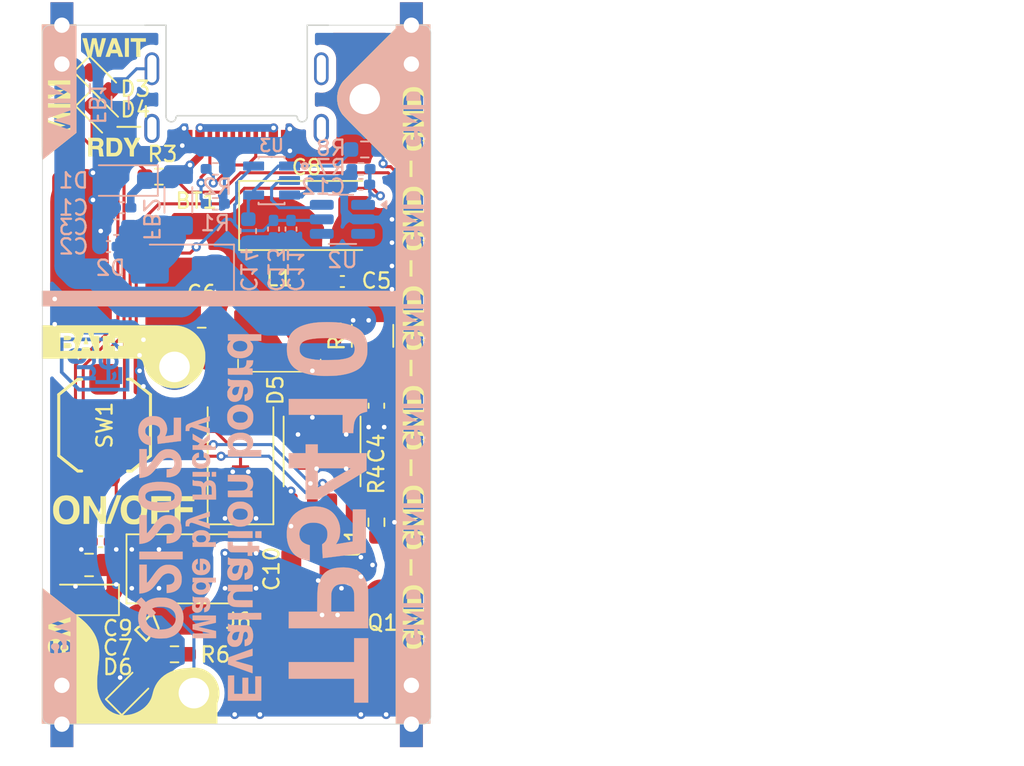
<source format=kicad_pcb>
(kicad_pcb (version 20240108) (generator "pcbnew") (generator_version "8.0")
  (layers (0 "F.Cu" signal) (31 "B.Cu" signal) (34 "B.Paste" user) (35 "F.Paste" user) (36 "B.SilkS" user "B.Silkscreen") (37 "F.SilkS" user "F.Silkscreen") (38 "B.Mask" user) (39 "F.Mask" user) (44 "Edge.Cuts" user))
  (net 0 "")
  (net 1 "GND")
  (net 2 "VBAT")
  (net 3 "Net-(D1-A1)")
  (net 4 "Net-(D2-A)")
  (net 5 "Net-(U1-VCC)")
  (net 6 "+5V")
  (net 7 "Net-(C12-Pad1)")
  (net 8 "Net-(U3-D)")
  (net 9 "VUSB")
  (net 10 "Net-(D3-K)")
  (net 11 "Net-(D3-A)")
  (net 12 "Net-(D4-K)")
  (net 13 "Net-(D5-A)")
  (net 14 "Net-(D7-A)")
  (net 15 "Net-(J1-SHIELD)")
  (net 21 "Net-(J1-CC1)")
  (net 22 "Net-(J1-CC2)")
  (net 24 "Vout")
  (net 25 "PWR_EN")
  (net 26 "Net-(U1-PROG)")
  (net 29 "Net-(U3-C)")
  (footprint "LED_SMD:LED_0603_1608Metric_Pad1.05x0.95mm_HandSolder" (layer "F.Cu") (at -8.9662 3.7084 -45)
    (property "Reference" "D3")
    (property "Value" "STDBY")
  )
  (footprint "Diode_SMD:D_SOD-123F" (layer "F.Cu") (at -9.906 37.592 180)
    (property "Reference" "D6")
    (property "Value" "SMF6V0A")
  )
  (footprint "Capacitor_SMD:C_0603_1608Metric_Pad1.08x0.95mm_HandSolder" (layer "F.Cu") (at 9.144 24.892 -90)
    (property "Reference" "C4")
    (property "Value" "10uF")
  )
  (footprint "Resistor_SMD:R_0603_1608Metric_Pad0.98x0.95mm_HandSolder" (layer "F.Cu") (at 9.144 32.512 -90)
    (property "Reference" "R4")
    (property "Value" "1.3k")
  )
  (footprint "Package_TO_SOT_SMD:SOT-23" (layer "F.Cu") (at 9.398 36.322 -90)
    (property "Reference" "Q1")
    (property "Value" "AO3415")
  )
  (footprint "_conn:Conn_XH_JSTlike_2pin_X8821WRS-02-9TSN" (layer "F.Cu") (at 4.826 45.212)
    (property "Reference" "J6")
    (property "Value" "PWR_Out")
  )
  (footprint "Resistor_SMD:R_0603_1608Metric_Pad0.98x0.95mm_HandSolder" (layer "F.Cu") (at -4.064 41.148)
    (property "Reference" "R6")
    (property "Value" "1.3k")
  )
  (footprint "LED_SMD:LED_0603_1608Metric_Pad1.05x0.95mm_HandSolder" (layer "F.Cu") (at -6.858 43.434 45)
    (property "Reference" "D7")
    (property "Value" "OUT")
  )
  (footprint "_basic:Test_Ring_TH" (layer "F.Cu") (at 8.382 4.826)
    (property "Reference" "TP1" (hide yes))
    (property "Value" "GND" (hide yes))
  )
  (footprint "_chips:TP5410" (layer "F.Cu") (at 5.588 27.88 90)
    (property "Reference" "U1")
    (property "Value" "TP5410")
  )
  (footprint "_basic:Castellated_hole_2.54" (layer "F.Cu") (at 11.43 0 -90)
    (property "Reference" "J5" (hide yes))
    (property "Value" "GND")
  )
  (footprint "Capacitor_SMD:C_0805_2012Metric_Pad1.18x1.45mm_HandSolder" (layer "F.Cu") (at -9.652 35.306 180)
    (property "Reference" "C9")
    (property "Value" "22uF")
  )
  (footprint "Capacitor_Tantalum_SMD:CP_EIA-7343-31_Kemet-D" (layer "F.Cu") (at 4.572 12.446)
    (property "Reference" "C8")
    (property "Value" "47uF Tantal")
  )
  (footprint "Diode_SMD:D_SMA-SMB_Universal_Handsoldering" (layer "F.Cu") (at 0.254 27.686 90)
    (property "Reference" "D5")
    (property "Value" "SS32")
  )
  (footprint "Capacitor_Tantalum_SMD:CP_EIA-7343-31_Kemet-D" (layer "F.Cu") (at -2.794 35.56)
    (property "Reference" "C10")
    (property "Value" "47uF Tantal")
  )
  (footprint "_conn:Conn_XH_JSTlike_2pin_X8821WRS-02-9TSN" (layer "F.Cu") (at -12.065 14.605 -90)
    (property "Reference" "BT1")
    (property "Value" "Battery")
  )
  (footprint "_basic:Castellated_hole_2.54" (layer "F.Cu") (at -11.43 45.72 90)
    (property "Reference" "J3" (hide yes))
    (property "Value" "Vout")
  )
  (footprint "Capacitor_SMD:C_0402_1005Metric_Pad0.74x0.62mm_HandSolder" (layer "F.Cu") (at 6.9175 16.764)
    (property "Reference" "C5")
    (property "Value" "100n")
  )
  (footprint "Capacitor_SMD:C_0402_1005Metric_Pad0.74x0.62mm_HandSolder" (layer "F.Cu") (at -8.89 33.782 180)
    (property "Reference" "C7")
    (property "Value" "100n")
  )
  (footprint "_basic:Test_Ring_TH" (layer "F.Cu") (at -2.794 43.688)
    (property "Reference" "TP2" (hide yes))
    (property "Value" "5v" (hide yes))
  )
  (footprint "_basic:Castellated_hole_2.54" (layer "F.Cu") (at 11.43 45.72 90)
    (property "Reference" "J4" (hide yes))
    (property "Value" "GND")
  )
  (footprint "_usb:RUICHI_TYPE-C-16PF-020" (layer "F.Cu") (at 0 0 180)
    (property "Reference" "J1" (hide yes))
    (property "Value" "USB_C_Receptacle_USB2.0")
    (fp_line (start 4.62 0) (end 6 0) (stroke (width 0.1)) (layer "Edge.Cuts"))
    (fp_line (start 4.62 -5.92) (end 4.62 0) (stroke (width 0.1)) (layer "Edge.Cuts"))
    (fp_line (start -3.82 -5.92) (end 3.82 -5.92) (stroke (width 0.1)) (layer "Edge.Cuts"))
    (fp_line (start -4.62 0) (end -4.62 -5.92) (stroke (width 0.1)) (layer "Edge.Cuts"))
    (fp_line (start -6 0) (end -4.62 0) (stroke (width 0.1)) (layer "Edge.Cuts"))
    (fp_arc (start 4.295 -6.32) (mid 4.540343 -6.18731) (end 4.62 -5.92) (stroke (width 0.1)) (layer "Edge.Cuts"))
    (fp_arc (start 3.97 -6.04) (mid 4.07451 -6.24731) (end 4.295 -6.32) (stroke (width 0.1)) (layer "Edge.Cuts"))
    (fp_arc (start 3.97 -6.04) (mid 3.919853 -5.948934) (end 3.82 -5.92) (stroke (width 0.1)) (layer "Edge.Cuts"))
    (fp_arc (start -3.82 -5.92) (mid -3.919852 -5.948934) (end -3.97 -6.04) (stroke (width 0.1)) (layer "Edge.Cuts"))
    (fp_arc (start -4.295 -6.32) (mid -4.07451 -6.24731) (end -3.97 -6.04) (stroke (width 0.1)) (layer "Edge.Cuts"))
    (fp_arc (start -4.62 -5.92) (mid -4.540343 -6.18731) (end -4.295 -6.32) (stroke (width 0.1)) (layer "Edge.Cuts"))
  )
  (footprint "Resistor_SMD:R_1210_3225Metric_Pad1.30x2.65mm_HandSolder" (layer "F.Cu") (at 8.89 20.32 -90)
    (property "Reference" "R5")
    (property "Value" "0.3")
  )
  (footprint "_graphic:graphic" (layer "F.Cu") (at -2.286 22.733)
    (property "Reference" "Ref**" (hide yes))
    (property "Value" "Val**" (hide yes))
  )
  (footprint "_buttons:SW_SMD_PAN_EVPAS" (layer "F.Cu") (at -8.636 26.162 90)
    (property "Reference" "SW1")
    (property "Value" "PWRON")
  )
  (footprint "_basic:INDUCTOR_SPM5020T" (layer "F.Cu") (at 2.794 20.066 180)
    (property "Reference" "L1")
    (property "Value" "SPM5020T-100M-LR 10uH")
  )
  (footprint "_basic:Castellated_hole_2.54" (layer "F.Cu") (at -11.43 0 -90)
    (property "Reference" "J2" (hide yes))
    (property "Value" "Vin")
  )
  (footprint "_basic:Test_Ring_TH" (layer "F.Cu") (at -4.064 22.352)
    (property "Reference" "TP3" (hide yes))
    (property "Value" "Battery" (hide yes))
  )
  (footprint "Resistor_SMD:R_0603_1608Metric_Pad0.98x0.95mm_HandSolder" (layer "F.Cu") (at -5.08 9.906 180)
    (property "Reference" "R3")
    (property "Value" "1.3k")
  )
  (footprint "Capacitor_SMD:C_0805_2012Metric_Pad1.18x1.45mm_HandSolder" (layer "F.Cu") (at -2.286 19.05 180)
    (property "Reference" "C6")
    (property "Value" "22uF")
  )
  (footprint "LED_SMD:LED_0603_1608Metric_Pad1.05x0.95mm_HandSolder" (layer "F.Cu") (at -8.8392 5.9436 -45)
    (property "Reference" "D4")
    (property "Value" "CHRG")
  )
  (footprint "Inductor_SMD:L_0805_2012Metric_Pad1.05x1.20mm_HandSolder" (layer "B.Cu") (at -7.62 5.08 -90)
    (property "Reference" "FB1")
    (property "Value" "MH2029-300Y")
  )
  (footprint "Capacitor_SMD:C_0402_1005Metric_Pad0.74x0.62mm_HandSolder" (layer "B.Cu") (at 2.413 13.335 -90)
    (property "Reference" "C13")
    (property "Value" "100n")
  )
  (footprint "Diode_SMD:D_SOD-123F" (layer "B.Cu") (at -7.366 10.16 180)
    (property "Reference" "D1")
    (property "Value" "SMF6V0A")
  )
  (footprint "Inductor_SMD:L_1206_3216Metric_Pad1.22x1.90mm_HandSolder" (layer "B.Cu") (at -3.81 11.43 -90)
    (property "Reference" "FB2")
    (property "Value" "CBM321609U301T")
  )
  (footprint "Capacitor_SMD:C_0402_1005Metric_Pad0.74x0.62mm_HandSolder" (layer "B.Cu") (at -7.493 11.938 180)
    (property "Reference" "C1")
    (property "Value" "100n")
  )
  (footprint "Resistor_SMD:R_0402_1005Metric_Pad0.72x0.64mm_HandSolder" (layer "B.Cu") (at -1.397 11.684)
    (property "Reference" "R1")
    (property "Value" "5.1k")
  )
  (footprint "Resistor_SMD:R_0402_1005Metric_Pad0.72x0.64mm_HandSolder" (layer "B.Cu") (at 8.128 9.398 180)
    (property "Reference" "R7")
    (property "Value" "10k")
  )
  (footprint "Diode_SMD:D_SMA" (layer "B.Cu") (at -3.683 16.002 180)
    (property "Reference" "D2")
    (property "Value" "SS32")
  )
  (footprint "Capacitor_SMD:C_0402_1005Metric_Pad0.74x0.62mm_HandSolder" (layer "B.Cu") (at 8.128 10.414 180)
    (property "Reference" "C12")
    (property "Value" "100n")
  )
  (footprint "Capacitor_SMD:C_0603_1608Metric_Pad1.08x0.95mm_HandSolder" (layer "B.Cu") (at -7.874 13.208 180)
    (property "Reference" "C3")
    (property "Value" "1uF")
  )
  (footprint "Package_TO_SOT_SMD:SOT-23-6_Handsoldering" (layer "B.Cu") (at 6.9195 12.698 180)
    (property "Reference" "U2")
    (property "Value" "74LVC2G17")
  )
  (footprint "Resistor_SMD:R_0603_1608Metric_Pad0.98x0.95mm_HandSolder" (layer "B.Cu") (at 8.382 8.128)
    (property "Reference" "R8")
    (property "Value" "1.3k")
  )
  (footprint "Capacitor_SMD:C_0603_1608Metric" (layer "B.Cu") (at 0.762 13.462 -90)
    (property "Reference" "C14")
    (property "Value" "10uF")
  )
  (footprint "Capacitor_SMD:C_0402_1005Metric_Pad0.74x0.62mm_HandSolder" (layer "B.Cu") (at -8.382 14.478 180)
    (property "Reference" "C2")
    (property "Value" "100n")
  )
  (footprint "_basic:74LVC1G80" (layer "B.Cu") (at 2.286 10.16 180)
    (property "Reference" "U3")
    (property "Value" "74LVC1G80")
  )
  (footprint "Capacitor_SMD:C_0402_1005Metric_Pad0.74x0.62mm_HandSolder" (layer "B.Cu") (at 3.556 13.335 -90)
    (property "Reference" "C11")
    (property "Value" "100n")
  )
  (footprint "Resistor_SMD:R_0402_1005Metric_Pad0.72x0.64mm_HandSolder" (layer "B.Cu") (at -1.397 9.398)
    (property "Reference" "R2")
    (property "Value" "5.1k")
  )
  (gr_line (start -7.804591 6.649962) (end -6.3 6.649962) (stroke (width 0.13)) (layer "F.SilkS"))
  (gr_line (start -10.583521 3.409926) (end -10.583521 0) (stroke (width 0.13)) (layer "F.SilkS"))
  (gr_arc (start 12.192 0) (mid 12.55121 0.14879) (end 12.7 0.508) (stroke (width 0.05)) (layer "Edge.Cuts"))
  (gr_line (start 6 0) (end 12.192 0) (stroke (width 0.05)) (layer "Edge.Cuts"))
  (gr_arc (start 12.7 45.212) (mid 12.55121 45.57121) (end 12.192 45.72) (stroke (width 0.05)) (layer "Edge.Cuts"))
  (gr_arc (start -12.7 0.508) (mid -12.55121 0.14879) (end -12.192 0) (stroke (width 0.05)) (layer "Edge.Cuts"))
  (gr_line (start 12.7 0.508) (end 12.7 45.212) (stroke (width 0.05)) (layer "Edge.Cuts"))
  (gr_line (start 12.192 45.72) (end -12.192 45.72) (stroke (width 0.05)) (layer "Edge.Cuts"))
  (gr_line (start -6 0) (end -12.192 0) (stroke (width 0.05)) (layer "Edge.Cuts"))
  (gr_arc (start -12.192 45.72) (mid -12.55121 45.57121) (end -12.7 45.212) (stroke (width 0.05)) (layer "Edge.Cuts"))
  (gr_line (start -12.7 0.508) (end -12.7 45.212) (stroke (width 0.05)) (layer "Edge.Cuts"))
  (segment (start -7.476718 44.052718) (end -7.476718 42.815282) (width 0.2) (layer "F.Cu") (net 1))
  (segment (start -11.306 37.468) (end -11.306 37.592) (width 0.5) (layer "F.Cu") (net 1))
  (segment (start 10.322 32.512) (end 10.0565 32.512) (width 0.2) (layer "F.Cu") (net 1))
  (segment (start -9.9655 34.29) (end -9.4575 33.782) (width 0.5) (layer "F.Cu") (net 1))
  (segment (start -10.16 34.7765) (end -10.6895 35.306) (width 0.5) (layer "F.Cu") (net 1))
  (segment (start 4.953 22.606) (end 4.953 25.654) (width 0.5) (layer "F.Cu") (net 1))
  (segment (start -10.541 35.4545) (end -10.6895 35.306) (width 0.5) (layer "F.Cu") (net 1))
  (segment (start 10.0565 32.512) (end 9.144 33.4245) (width 0.2) (layer "F.Cu") (net 1))
  (segment (start -10.541 36.703) (end -10.541 35.4545) (width 0.5) (layer "F.Cu") (net 1))
  (segment (start -10.16 34.29) (end -9.9655 34.29) (width 0.5) (layer "F.Cu") (net 1))
  (segment (start -10.541 36.703) (end -11.306 37.468) (width 0.5) (layer "F.Cu") (net 1))
  (segment (start -7.476718 42.815282) (end -7.62 42.672) (width 0.2) (layer "F.Cu") (net 1))
  (segment (start -10.16 34.29) (end -10.16 34.7765) (width 0.5) (layer "F.Cu") (net 1))
  (via (at -10.541 36.703) (size 0.6) (drill 0.3) (layers "F.Cu" "B.Cu") (net 1))
  (via (at 5.334 36.322) (size 0.6) (drill 0.3) (layers "F.Cu" "B.Cu") (net 1))
  (via (at -10.16 34.29) (size 0.6) (drill 0.3) (layers "F.Cu" "B.Cu") (net 1))
  (via (at 10.16 14.224) (size 0.6) (drill 0.3) (layers "F.Cu" "B.Cu") (net 1))
  (via (at -6.35 22.606) (size 0.6) (drill 0.3) (layers "F.Cu" "B.Cu") (net 1))
  (via (at -3.556 7.874) (size 0.6) (drill 0.3) (layers "F.Cu" "B.Cu") (net 1))
  (via (at -11.9 19.558) (size 0.6) (drill 0.3) (layers "F.Cu" "B.Cu") (net 1))
  (via (at -7.62 42.672) (size 0.6) (drill 0.3) (layers "F.Cu" "B.Cu") (net 1))
  (via (at 7.1628 26.7716) (size 0.6) (drill 0.3) (layers "F.Cu" "B.Cu") (net 1))
  (via (at -9.398 9.652) (size 0.6) (drill 0.3) (layers "F.Cu" "B.Cu") (net 1))
  (via (at 10.322 32.512) (size 0.6) (drill 0.3) (layers "F.Cu" "B.Cu") (net 1))
  (via (at 6.858 36.83) (size 0.6) (drill 0.3) (layers "F.Cu" "B.Cu") (net 1))
  (via (at 1.524 45.085) (size 0.6) (drill 0.3) (layers "F.Cu" "B.Cu") (net 1))
  (via (at 9.779 45.085) (size 0.6) (drill 0.3) (layers "F.Cu" "B.Cu") (net 1))
  (via (at 1.27 36.83) (size 0.6) (drill 0.3) (layers "F.Cu" "B.Cu") (net 1))
  (via (at 4.953 22.606) (size 0.6) (drill 0.3) (layers "F.Cu" "B.Cu") (net 1))
  (via (at 10.16 17.272) (size 0.6) (drill 0.3) (layers "F.Cu" "B.Cu") (net 1))
  (via (at -6.096 23.622) (size 0.6) (drill 0.3) (layers "F.Cu" "B.Cu") (net 1))
  (via (at -9.398 11.43) (size 0.6) (drill 0.3) (layers "F.Cu" "B.Cu") (net 1))
  (via (at 4.0132 26.7716) (size 0.6) (drill 0.3) (layers "F.Cu" "B.Cu") (net 1))
  (via (at 6.604 38.575339) (size 0.6) (drill 0.3) (layers "F.Cu" "B.Cu") (net 1))
  (via (at 5.588 38.575339) (size 0.6) (drill 0.3) (layers "F.Cu" "B.Cu") (net 1))
  (via (at 10.16 15.748) (size 0.6) (drill 0.3) (layers "F.Cu" "B.Cu") (net 1))
  (via (at -8.89 13.462) (size 0.6) (drill 0.3) (layers "F.Cu" "B.Cu") (net 1))
  (via (at 10.16 12.7) (size 0.6) (drill 0.3) (layers "F.Cu" "B.Cu") (net 1))
  (via (at 9.652 26.289) (size 0.6) (drill 0.3) (layers "F.Cu" "B.Cu") (net 1))
  (via (at 5.2324 29.0068) (size 0.6) (drill 0.3) (layers "F.Cu" "B.Cu") (net 1))
  (via (at -3.439547 6.745252) (size 0.6) (drill 0.3) (layers "F.Cu" "B.Cu") (net 1))
  (via (at -6.096 20.574) (size 0.6) (drill 0.3) (layers "F.Cu" "B.Cu") (net 1))
  (via (at -0.762 36.83) (size 0.6) (drill 0.3) (layers "F.Cu" "B.Cu") (net 1))
  (via (at 1.27 34.544) (size 0.6) (drill 0.3) (layers "F.Cu" "B.Cu") (net 1))
  (via (at 7.1628 29.0068) (size 0.6) (drill 0.3) (layers "F.Cu" "B.Cu") (net 1))
  (via (at -6.35 21.59) (size 0.6) (drill 0.3) (layers "F.Cu" "B.Cu") (net 1))
  (via (at -0.127 45.085) (size 0.6) (drill 0.3) (layers "F.Cu" "B.Cu") (net 1))
  (via (at 3.482868 8.215) (size 0.6) (drill 0.3) (layers "F.Cu" "B.Cu") (net 1))
  (via (at -0.762 34.544) (size 0.6) (drill 0.3) (layers "F.Cu" "B.Cu") (net 1))
  (via (at 4.953 25.654) (size 0.6) (drill 0.3) (layers "F.Cu" "B.Cu") (net 1))
  (via (at 8.636 26.289) (size 0.6) (drill 0.3) (layers "F.Cu" "B.Cu") (net 1))
  (via (at 3.475752 6.782471) (size 0.6) (drill 0.3) (layers "F.Cu" "B.Cu") (net 1))
  (via (at -11.9 17.907) (size 0.6) (drill 0.3) (layers "F.Cu" "B.Cu") (net 1))
  (via (at 8.128 45.085) (size 0.6) (drill 0.3) (layers "F.Cu" "B.Cu") (net 1))
  (segment (start -3.048 7.874) (end -2.989578 7.815578) (width 1) (layer "B.Cu") (net 1))
  (segment (start -7.62 7.366) (end -7.62 6.23) (width 1) (layer "B.Cu") (net 1))
  (segment (start 7.570792 12.7) (end 10.16 12.7) (width 0.5) (layer "B.Cu") (net 1))
  (segment (start -2.989578 7.815578) (end 3.083446 7.815578) (width 1) (layer "B.Cu") (net 1))
  (segment (start -3.556 7.874) (end -3.048 7.874) (width 1) (layer "B.Cu") (net 1))
  (segment (start -8.0605 11.938) (end -8.9495 12.827) (width 1) (layer "B.Cu") (net 1))
  (segment (start 7.5305 9.398) (end 7.5305 10.384) (width 0.5) (layer "B.Cu") (net 1))
  (segment (start 6.096 14.986) (end 6.995735 15.885735) (width 1) (layer "B.Cu") (net 1))
  (segment (start -6.586 8.4) (end -7.62 7.366) (width 1) (layer "B.Cu") (net 1))
  (segment (start 7.0395 10.935) (end 7.0395 12.168708) (width 0.5) (layer "B.Cu") (net 1))
  (segment (start 3.556 13.9025) (end 4.6395 14.986) (width 1) (layer "B.Cu") (net 1))
  (segment (start 6.995735 15.885735) (end 6.995735 17.107) (width 1) (layer "B.Cu") (net 1))
  (segment (start 10.16 12.7) (end 10.158 12.698) (width 0.5) (layer "B.Cu") (net 1))
  (segment (start -3.556 7.874) (end -4.082 8.4) (width 1) (layer "B.Cu") (net 1))
  (segment (start -0.7995 9.398) (end -0.7995 11.684) (width 0.2) (layer "B.Cu") (net 1))
  (segment (start 3.2215 14.237) (end 3.556 13.9025) (width 1) (layer "B.Cu") (net 1))
  (segment (start -7.91286 19.729224) (end -9.877776 19.729224) (width 1) (layer "B.Cu") (net 1))
  (segment (start -9.877776 19.729224) (end -11.7 17.907) (width 1) (layer "B.Cu") (net 1))
  (segment (start 7.5305 10.384) (end 7.5605 10.414) (width 0.5) (layer "B.Cu") (net 1))
  (segment (start -7.62 6.23) (end -8.766 7.376) (width 0.2) (layer "B.Cu") (net 1))
  (segment (start -4.082 8.4) (end -6.586 8.4) (width 1) (layer "B.Cu") (net 1))
  (segment (start -8.766 11.2325) (end -8.0605 11.938) (width 1) (layer "B.Cu") (net 1))
  (segment (start -6.096 20.574) (end -6.868 19.802) (width 1) (layer "B.Cu") (net 1))
  (segment (start -7.840084 19.802) (end -7.91286 19.729224) (width 1) (layer "B.Cu") (net 1))
  (segment (start -8.766 7.376) (end -8.766 10.16) (width 0.2) (layer "B.Cu") (net 1))
  (segment (start -8.9495 12.827) (end -8.9495 14.478) (width 1) (layer "B.Cu") (net 1))
  (segment (start 4.6395 14.986) (end 6.096 14.986) (width 1) (layer "B.Cu") (net 1))
  (segment (start 0.762 14.237) (end 3.2215 14.237) (width 1) (layer "B.Cu") (net 1))
  (segment (start 7.0395 12.168708) (end 7.570792 12.7) (width 0.5) (layer "B.Cu") (net 1))
  (segment (start -8.766 10.16) (end -8.766 11.2325) (width 1) (layer "B.Cu") (net 1))
  (segment (start 7.5605 10.414) (end 7.0395 10.935) (width 0.5) (layer "B.Cu") (net 1))
  (segment (start 3.083446 7.815578) (end 3.482868 8.215) (width 1) (layer "B.Cu") (net 1))
  (segment (start 10.158 12.698) (end 8.2695 12.698) (width 0.5) (layer "B.Cu") (net 1))
  (segment (start -6.868 19.802) (end -7.840084 19.802) (width 1) (layer "B.Cu") (net 1))
  (segment (start -4.064 22.352) (end -1.2485 19.5365) (width 1) (layer "F.Cu") (net 2))
  (segment (start 6.223 24.13) (end 6.223 19.939) (width 0.5) (layer "F.Cu") (net 2))
  (segment (start -1.2485 19.5365) (end -1.2485 19.05) (width 1) (layer "F.Cu") (net 2))
  (segment (start -3.048 9.144) (end -2.994 9.144) (width 0.5) (layer "F.Cu") (net 3))
  (segment (start -2.4 8.55) (end -2.4 7.6) (width 0.5) (layer "F.Cu") (net 3))
  (segment (start -2.994 9.144) (end -2.4 8.55) (width 0.5) (layer "F.Cu") (net 3))
  (via (at -2.382806 6.719999) (size 0.6) (drill 0.3) (layers "F.Cu" "B.Cu") (net 3))
  (via (at 2.417194 6.719999) (size 0.6) (drill 0.3) (layers "F.Cu" "B.Cu") (net 3))
  (via (at -3.048 9.144) (size 0.6) (drill 0.3) (layers "F.Cu" "B.Cu") (net 3))
  (segment (start -6.9255 11.1195) (end -5.966 10.16) (width 0.5) (layer "B.Cu") (net 3))
  (segment (start -6.9255 11.938) (end -6.9255 11.1195) (width 0.5) (layer "B.Cu") (net 3))
  (segment (start 2.417194 6.719999) (end -2.382806 6.719999) (width 0.5) (layer "B.Cu") (net 3))
  (segment (start -4.2025 10.16) (end -5.966 10.16) (width 1) (layer "B.Cu") (net 3))
  (segment (start -3.81 9.7675) (end -4.2025 10.16) (width 1) (layer "B.Cu") (net 3))
  (segment (start 11.176 10.922) (end 11.176 20.99) (width 0.2) (layer "F.Cu") (net 5))
  (segment (start -1.016 10.922) (end 0.254 9.652) (width 0.2) (layer "F.Cu") (net 5))
  (segment (start -3.1515 10.922) (end -1.016 10.922) (width 0.2) (layer "F.Cu") (net 5))
  (segment (start 0.254 9.652) (end 9.906 9.652) (width 0.2) (layer "F.Cu") (net 5))
  (segment (start 11.176 20.99) (end 10.296 21.87) (width 0.2) (layer "F.Cu") (net 5))
  (segment (start 9.906 9.652) (end 11.176 10.922) (width 0.2) (layer "F.Cu") (net 5))
  (segment (start 10.296 21.87) (end 8.89 21.87) (width 0.2) (layer "F.Cu") (net 5))
  (segment (start -4.1675 9.906) (end -3.1515 10.922) (width 0.2) (layer "F.Cu") (net 5))
  (segment (start -2.6416 14.504999) (end -3.041601 14.905) (width 0.2) (layer "F.Cu") (net 6))
  (segment (start -7.336 20.75705) (end -7.336 25.5316) (width 0.2) (layer "F.Cu") (net 6))
  (segment (start -6.566 19.98705) (end -7.336 20.75705) (width 0.2) (layer "F.Cu") (net 6))
  (segment (start -6.566 15.837) (end -6.566 19.98705) (width 0.2) (layer "F.Cu") (net 6))
  (segment (start -8.6145 35.306) (end -6.1605 35.306) (width 1) (layer "F.Cu") (net 6))
  (segment (start 0.254 29.21) (end -0.254 29.21) (width 0.2) (layer "F.Cu") (net 6))
  (segment (start -7.998 33.906) (end -7.874 33.782) (width 1) (layer "F.Cu") (net 6))
  (segment (start 0.254 28.194) (end 0.254 29.21) (width 0.2) (layer "F.Cu") (net 6))
  (segment (start -8.506 37.592) (end -7.998 37.084) (width 1) (layer "F.Cu") (net 6))
  (segment (start -7.874 29.924) (end -7.874 34.29) (width 0.2) (layer "F.Cu") (net 6))
  (segment (start -5.634 14.905) (end -6.566 15.837) (width 0.2) (layer "F.Cu") (net 6))
  (segment (start -1.3716 26.5684) (end 0.254 28.194) (width 0.2) (layer "F.Cu") (net 6))
  (segment (start -8.636 29.162) (end -7.874 29.924) (width 0.2) (layer "F.Cu") (net 6))
  (segment (start -7.336 25.5316) (end -6.2992 26.5684) (width 0.2) (layer "F.Cu") (net 6))
  (segment (start -7.998 37.084) (end -7.998 33.906) (width 1) (layer "F.Cu") (net 6))
  (segment (start -6.2992 26.5684) (end -1.3716 26.5684) (width 0.2) (layer "F.Cu") (net 6))
  (segment (start -3.041601 14.905) (end -5.634 14.905) (width 0.2) (layer "F.Cu") (net 6))
  (segment (start -6.1605 35.306) (end -5.9065 35.56) (width 1) (layer "F.Cu") (net 6))
  (via (at 0.762 29.21) (size 0.6) (drill 0.3) (layers "F.Cu" "B.Cu") (net 6))
  (via (at 8.128 36.068) (size 0.6) (drill 0.3) (layers "F.Cu" "B.Cu") (net 6))
  (via (at -7.874 34.29) (size 0.6) (drill 0.3) (layers "F.Cu" "B.Cu") (net 6))
  (via (at -6.858 36.83) (size 0.6) (drill 0.3) (layers "F.Cu" "B.Cu") (net 6))
  (via (at 1.27 32.258) (size 0.6) (drill 0.3) (layers "F.Cu" "B.Cu") (net 6))
  (via (at -6.858 34.29) (size 0.6) (drill 0.3) (layers "F.Cu" "B.Cu") (net 6))
  (via (at 8.89 35.306) (size 0.6) (drill 0.3) (layers "F.Cu" "B.Cu") (net 6))
  (via (at 3.556 32.766) (size 0.6) (drill 0.3) (layers "F.Cu" "B.Cu") (net 6))
  (via (at -5.08 34.29) (size 0.6) (drill 0.3) (layers "F.Cu" "B.Cu") (net 6))
  (via (at -2.6416 14.504999) (size 0.6) (drill 0.3) (layers "F.Cu" "B.Cu") (net 6))
  (via (at -7.874 36.576) (size 0.6) (drill 0.3) (layers "F.Cu" "B.Cu") (net 6))
  (via (at 3.556 30.48) (size 0.6) (drill 0.3) (layers "F.Cu" "B.Cu") (net 6))
  (via (at -0.762 32.258) (size 0.6) (drill 0.3) (layers "F.Cu" "B.Cu") (net 6))
  (via (at -5.08 36.83) (size 0.6) (drill 0.3) (layers "F.Cu" "B.Cu") (net 6))
  (via (at -0.254 29.21) (size 0.6) (drill 0.3) (layers "F.Cu" "B.Cu") (net 6))
  (via (at 8.128 34.798) (size 0.6) (drill 0.3) (layers "F.Cu" "B.Cu") (net 6))
  (segment (start -2.794 43.688) (end -2.794 39.878) (width 0.2) (layer "B.Cu") (net 6))
  (segment (start -2.794 39.878) (end -5.334 37.338) (width 0.2) (layer "B.Cu") (net 6))
  (segment (start -2.566999 14.504999) (end -0.762 12.7) (width 0.2) (layer "B.Cu") (net 6))
  (segment (start 5.5 12.7675) (end 5.5695 12.698) (width 0.2) (layer "B.Cu") (net 6))
  (segment (start 0 10.321) (end 0 11.622338) (width 0.2) (layer "B.Cu") (net 6))
  (segment (start 2.413 12.7675) (end 5.5 12.7675) (width 0.2) (layer "B.Cu") (net 6))
  (segment (start -2.6416 14.504999) (end -2.566999 14.504999) (width 0.2) (layer "B.Cu") (net 6))
  (segment (start 1.111 9.21) (end 0 10.321) (width 0.2) (layer "B.Cu") (net 6))
  (segment (start -0.382 12.7) (end -0.128 12.954) (width 0.2) (layer "B.Cu") (net 6))
  (segment (start -0.128 13.020696) (end 0.288304 13.437) (width 0.2) (layer "B.Cu") (net 6))
  (segment (start 1.7435 13.437) (end 2.413 12.7675) (width 0.2) (layer "B.Cu") (net 6))
  (segment (start -5.334 37.338) (end -5.334 37.084) (width 0.2) (layer "B.Cu") (net 6))
  (segment (start -0.128 11.750338) (end -0.128 13.020696) (width 0.2) (layer "B.Cu") (net 6))
  (segment (start 0 11.622338) (end -0.128 11.750338) (width 0.2) (layer "B.Cu") (net 6))
  (segment (start -0.762 12.7) (end -0.382 12.7) (width 0.2) (layer "B.Cu") (net 6))
  (segment (start 0.288304 13.437) (end 1.7435 13.437) (width 0.2) (layer "B.Cu") (net 6))
  (segment (start 9.398 11.164223) (end 8.901777 10.668) (width 0.2) (layer "F.Cu") (net 7))
  (segment (start -6.966 19.821364) (end -8.636 21.491364) (width 0.2) (layer "F.Cu") (net 7))
  (segment (start 8.901777 10.668) (end 0.508 10.668) (width 0.2) (layer "F.Cu") (net 7))
  (segment (start -8.636 21.491364) (end -8.636 23.162) (width 0.2) (layer "F.Cu") (net 7))
  (segment (start -5.08 11.684) (end -6.966 13.57) (width 0.2) (layer "F.Cu") (net 7))
  (segment (start 0.508 10.668) (end -0.508 11.684) (width 0.2) (layer "F.Cu") (net 7))
  (segment (start -6.966 13.57) (end -6.966 19.821364) (width 0.2) (layer "F.Cu") (net 7))
  (segment (start -0.508 11.684) (end -5.08 11.684) (width 0.2) (layer "F.Cu") (net 7))
  (via (at 9.398 11.164223) (size 0.6) (drill 0.3) (layers "F.Cu" "B.Cu") (net 7))
  (segment (start 8.2695 11.748) (end 8.7255 11.292) (width 0.2) (layer "B.Cu") (net 7))
  (segment (start 8.967723 11.164223) (end 8.6955 10.892) (width 0.2) (layer "B.Cu") (net 7))
  (segment (start 8.6955 10.892) (end 8.6955 10.414) (width 0.2) (layer "B.Cu") (net 7))
  (segment (start 8.6955 9.428) (end 8.7255 9.398) (width 0.2) (layer "B.Cu") (net 7))
  (segment (start 8.7255 11.292) (end 8.7255 9.398) (width 0.2) (layer "B.Cu") (net 7))
  (segment (start 8.6955 10.414) (end 8.6955 9.428) (width 0.2) (layer "B.Cu") (net 7))
  (segment (start 9.398 11.164223) (end 8.967723 11.164223) (width 0.2) (layer "B.Cu") (net 7))
  (segment (start 7.4695 8.2785) (end 7.4695 8.128) (width 0.2) (layer "B.Cu") (net 8))
  (segment (start 0.762 11.459) (end 1.111 11.11) (width 0.2) (layer "B.Cu") (net 8))
  (segment (start 0.762 12.687) (end 0.762 11.459) (width 0.2) (layer "B.Cu") (net 8))
  (segment (start 3.461 9.21) (end 6.538 9.21) (width 0.2) (layer "B.Cu") (net 8))
  (segment (start 1.111 10.827) (end 2.728 9.21) (width 0.2) (layer "B.Cu") (net 8))
  (segment (start 2.728 9.21) (end 3.461 9.21) (width 0.2) (layer "B.Cu") (net 8))
  (segment (start 6.538 9.21) (end 7.4695 8.2785) (width 0.2) (layer "B.Cu") (net 8))
  (segment (start 1.111 11.11) (end 1.111 10.827) (width 0.2) (layer "B.Cu") (net 8))
  (via (at 8.636 19.304) (size 0.6) (drill 0.3) (layers "F.Cu" "B.Cu") (net 9))
  (via (at 7.62 19.304) (size 0.6) (drill 0.3) (layers "F.Cu" "B.Cu") (net 9))
  (segment (start 8.128 19.304) (end 7.112 19.304) (width 2) (layer "B.Cu") (net 9))
  (segment (start -1.524 16.002) (end -3.624 18.102) (width 2) (layer "B.Cu") (net 9))
  (segment (start 2.032 19.304) (end -1.27 16.002) (width 2) (layer "B.Cu") (net 9))
  (segment (start -10.922 15.748) (end -10.922 3.048) (width 2) (layer "B.Cu") (net 9))
  (segment (start -1.27 16.002) (end -1.524 16.002) (width 2) (layer "B.Cu") (net 9))
  (segment (start -9.144 16.256) (end -10.414 16.256) (width 2) (layer "B.Cu") (net 9))
  (segment (start -3.624 18.102) (end -7.298 18.102) (width 2) (layer "B.Cu") (net 9))
  (segment (start -7.298 18.102) (end -9.144 16.256) (width 2) (layer "B.Cu") (net 9))
  (segment (start 7.62 19.304) (end 2.032 19.304) (width 2) (layer "B.Cu") (net 9))
  (segment (start -10.414 16.256) (end -10.922 15.748) (width 2) (layer "B.Cu") (net 9))
  (segment (start -1.016 28.194) (end -7.112 28.194) (width 0.2) (layer "F.Cu") (net 10))
  (segment (start 5.626003 29.972) (end 6.676801 29.972) (width 0.2) (layer "F.Cu") (net 10))
  (segment (start -7.766 19.45) (end -7.766 9.653309) (width 0.2) (layer "F.Cu") (net 10))
  (segment (start -10.541 22.225) (end -7.766 19.45) (width 0.2) (layer "F.Cu") (net 10))
  (segment (start -7.766 9.653309) (end -10.422102 6.997207) (width 0.2) (layer "F.Cu") (net 10))
  (segment (start -10.422102 3.926866) (end -9.584918 3.089682) (width 0.2) (layer "F.Cu") (net 10))
  (segment (start -7.112 28.194) (end -10.541 24.765) (width 0.2) (layer "F.Cu") (net 10))
  (segment (start 6.676801 29.972) (end 7.488 30.783199) (width 0.2) (layer "F.Cu") (net 10))
  (segment (start 7.488 30.783199) (end 7.488 31.63) (width 0.2) (layer "F.Cu") (net 10))
  (segment (start -10.541 24.765) (end -10.541 22.225) (width 0.2) (layer "F.Cu") (net 10))
  (segment (start -10.422102 6.997207) (end -10.422102 3.926866) (width 0.2) (layer "F.Cu") (net 10))
  (via (at 5.626003 29.972) (size 0.6) (drill 0.3) (layers "F.Cu" "B.Cu") (net 10))
  (via (at -1.016 28.194) (size 0.6) (drill 0.3) (layers "F.Cu" "B.Cu") (net 10))
  (segment (start 2.118529 28.194) (end -1.016 28.194) (width 0.2) (layer "B.Cu") (net 10))
  (segment (start 5.426 30.172003) (end 5.426 30.220529) (width 0.2) (layer "B.Cu") (net 10))
  (segment (start 5.426 30.220529) (end 5.074529 30.572) (width 0.2) (layer "B.Cu") (net 10))
  (segment (start 4.496529 30.572) (end 2.118529 28.194) (width 0.2) (layer "B.Cu") (net 10))
  (segment (start 5.626003 29.972) (end 5.426 30.172003) (width 0.2) (layer "B.Cu") (net 10))
  (segment (start 5.074529 30.572) (end 4.496529 30.572) (width 0.2) (layer "B.Cu") (net 10))
  (segment (start -5.9925 9.5015) (end -5.9925 9.906) (width 0.2) (layer "F.Cu") (net 11))
  (segment (start -8.220482 4.454118) (end -8.220482 6.562318) (width 0.2) (layer "F.Cu") (net 11))
  (segment (start -8.347482 4.327118) (end -8.220482 4.454118) (width 0.2) (layer "F.Cu") (net 11))
  (segment (start -8.220482 6.562318) (end -8.220482 7.273518) (width 0.2) (layer "F.Cu") (net 11))
  (segment (start -8.220482 7.273518) (end -5.9925 9.5015) (width 0.2) (layer "F.Cu") (net 11))
  (segment (start -7.366 19.655679) (end -7.366 9.398) (width 0.2) (layer "F.Cu") (net 12))
  (segment (start -7.112 27.432) (end -10.033 24.511) (width 0.2) (layer "F.Cu") (net 12))
  (segment (start -10.033 24.511) (end -10.033 22.322679) (width 0.2) (layer "F.Cu") (net 12))
  (segment (start -9.457918 7.306082) (end -9.457918 5.324882) (width 0.2) (layer "F.Cu") (net 12))
  (segment (start 4.826 31.503) (end 4.953 31.63) (width 0.2) (layer "F.Cu") (net 12))
  (segment (start -7.366 9.398) (end -9.457918 7.306082) (width 0.2) (layer "F.Cu") (net 12))
  (segment (start -10.033 22.322679) (end -7.366 19.655679) (width 0.2) (layer "F.Cu") (net 12))
  (segment (start -1.524 27.432) (end -7.112 27.432) (width 0.2) (layer "F.Cu") (net 12))
  (segment (start 4.826 29.972) (end 4.826 31.503) (width 0.2) (layer "F.Cu") (net 12))
  (via (at 4.826 29.972) (size 0.6) (drill 0.3) (layers "F.Cu" "B.Cu") (net 12))
  (via (at -1.524 27.432) (size 0.6) (drill 0.3) (layers "F.Cu" "B.Cu") (net 12))
  (segment (start 2.286 27.432) (end -1.524 27.432) (width 0.2) (layer "B.Cu") (net 12))
  (segment (start 4.826 29.972) (end 2.286 27.432) (width 0.2) (layer "B.Cu") (net 12))
  (segment (start -3.48075 41.148) (end -3.1515 41.148) (width 0.2) (layer "F.Cu") (net 14))
  (segment (start -6.239282 42.815282) (end -5.148032 42.815282) (width 0.2) (layer "F.Cu") (net 14))
  (segment (start -5.148032 42.815282) (end -3.48075 41.148) (width 0.2) (layer "F.Cu") (net 14))
  (segment (start -5.54 2.85) (end -6.54 2.85) (width 0.2) (layer "B.Cu") (net 15))
  (segment (start -6.54 2.85) (end -7.62 3.93) (width 0.2) (layer "B.Cu") (net 15))
  (segment (start 1.25 8.6) (end 1.25 7.6) (width 0.2) (layer "F.Cu") (net 21))
  (segment (start -1.5271 10.322) (end -1.432 10.322) (width 0.2) (layer "F.Cu") (net 21))
  (segment (start -1.432 10.322) (end -0.254 9.144) (width 0.2) (layer "F.Cu") (net 21))
  (segment (start -0.254 9.144) (end 0.706 9.144) (width 0.2) (layer "F.Cu") (net 21))
  (segment (start 0.706 9.144) (end 1.25 8.6) (width 0.2) (layer "F.Cu") (net 21))
  (via (at -1.5271 10.322) (size 0.6) (drill 0.3) (layers "F.Cu" "B.Cu") (net 21))
  (segment (start -1.5271 10.322) (end -1.5271 9.8654) (width 0.2) (layer "B.Cu") (net 21))
  (segment (start -1.5271 9.8654) (end -1.9945 9.398) (width 0.2) (layer "B.Cu") (net 21))
  (segment (start -2.327103 10.322) (end -2.327103 9.947104) (width 0.2) (layer "F.Cu") (net 22))
  (segment (start -2.327103 9.947104) (end -1.75 9.370001) (width 0.2) (layer "F.Cu") (net 22))
  (segment (start -1.75 9.370001) (end -1.75 7.6) (width 0.2) (layer "F.Cu") (net 22))
  (via (at -2.327103 10.322) (size 0.6) (drill 0.3) (layers "F.Cu" "B.Cu") (net 22))
  (segment (start -2.327103 11.351397) (end -1.9945 11.684) (width 0.2) (layer "B.Cu") (net 22))
  (segment (start -2.327103 10.322) (end -2.327103 11.351397) (width 0.2) (layer "B.Cu") (net 22))
  (segment (start 9.398 37.2595) (end 9.398 38.1) (width 2) (layer "F.Cu") (net 24))
  (segment (start -6.35 38.862) (end -10.414 42.926) (width 2) (layer "F.Cu") (net 24))
  (segment (start 3.576 38.882) (end 3.556 38.862) (width 2) (layer "F.Cu") (net 24))
  (segment (start 9.398 38.1) (end 7.366 40.132) (width 2) (layer "F.Cu") (net 24))
  (segment (start -4.9765 41.148) (end -4.9765 39.0125) (width 0.2) (layer "F.Cu") (net 24))
  (segment (start 3.556 38.862) (end -4.826 38.862) (width 2) (layer "F.Cu") (net 24))
  (segment (start -4.826 38.862) (end -6.35 38.862) (width 2) (layer "F.Cu") (net 24))
  (segment (start 4.826 40.132) (end 3.576 38.882) (width 2) (layer "F.Cu") (net 24))
  (segment (start 7.366 40.132) (end 4.826 40.132) (width 2) (layer "F.Cu") (net 24))
  (segment (start -4.9765 39.0125) (end -4.826 38.862) (width 0.2) (layer "F.Cu") (net 24))
  (segment (start 3.576 38.882) (end 3.576 36.208) (width 1) (layer "F.Cu") (net 24))
  (segment (start 10.922 21.844) (end 10.922 33.782) (width 0.2) (layer "F.Cu") (net 25))
  (segment (start 9.577719 9.052) (end 9.777719 9.252) (width 0.2) (layer "F.Cu") (net 25))
  (segment (start 9.777719 9.252) (end 10.071686 9.252) (width 0.2) (layer "F.Cu") (net 25))
  (segment (start 10.922 33.782) (end 10.348 34.356) (width 0.2) (layer "F.Cu") (net 25))
  (segment (start 10.071686 9.252) (end 11.576 10.756314) (width 0.2) (layer "F.Cu") (net 25))
  (segment (start 11.576 21.19) (end 10.922 21.844) (width 0.2) (layer "F.Cu") (net 25))
  (segment (start 10.348 34.356) (end 10.348 35.3845) (width 0.2) (layer "F.Cu") (net 25))
  (segment (start 11.576 10.756314) (end 11.576 21.19) (width 0.2) (layer "F.Cu") (net 25))
  (via (at 9.577719 9.052) (size 0.6) (drill 0.3) (layers "F.Cu" "B.Cu") (net 25))
  (segment (start 9.577719 9.052) (end 9.577719 8.411219) (width 0.2) (layer "B.Cu") (net 25))
  (segment (start 9.577719 8.411219) (end 9.2945 8.128) (width 0.2) (layer "B.Cu") (net 25))
  (segment (start 6.223 31.63) (end 6.223 32.63) (width 0.2) (layer "F.Cu") (net 26))
  (segment (start 9.144 32.004) (end 9.144 31.5995) (width 0.2) (layer "F.Cu") (net 26))
  (segment (start 6.223 32.63) (end 6.867 33.274) (width 0.2) (layer "F.Cu") (net 26))
  (segment (start 7.874 33.274) (end 9.144 32.004) (width 0.2) (layer "F.Cu") (net 26))
  (segment (start 6.867 33.274) (end 7.874 33.274) (width 0.2) (layer "F.Cu") (net 26))
  (segment (start 2.776 10.16) (end 2.286 10.65) (width 0.2) (layer "B.Cu") (net 29))
  (segment (start 2.286 10.65) (end 2.286 11.43) (width 0.2) (layer "B.Cu") (net 29))
  (segment (start 2.794 11.938) (end 5.3795 11.938) (width 0.2) (layer "B.Cu") (net 29))
  (segment (start 3.461 10.16) (end 2.776 10.16) (width 0.2) (layer "B.Cu") (net 29))
  (segment (start 5.3795 11.938) (end 5.5695 11.748) (width 0.2) (layer "B.Cu") (net 29))
  (segment (start 2.286 11.43) (end 2.794 11.938) (width 0.2) (layer "B.Cu") (net 29))
  (zone (net 2) (net_name "VBAT") (layer "F.Cu") (priority 3) (connect_pads yes (clearance 0.5)) (min_thickness 0.25) (fill yes (thermal_gap 0.5) (thermal_bridge_width 0.5) (smoothing fillet) (radius 4) (island_removal_mode 1) (island_area_min 10))
    (polygon (pts (xy -5.588 10.922) (xy 4.826 11.176) (xy 6.858 15.748) (xy 6.858 22.606) (xy 2.54 22.606) (xy -3.556 22.606) (xy -3.556 18.542)))
  )
  (zone (net 1) (net_name "GND") (layer "F.Cu") (priority 7) (connect_pads yes (clearance 0.5)) (min_thickness 0.25) (fill yes (thermal_gap 0.5) (thermal_bridge_width 0.5) (smoothing fillet) (radius 4) (island_removal_mode 1) (island_area_min 10))
    (polygon (pts (xy 6.096 11.176) (xy 12.192 11.176) (xy 12.192 18.288) (xy 6.096 18.288)))
  )
  (zone (net 1) (net_name "GND") (layer "F.Cu") (priority 10) (connect_pads yes (clearance 0.5)) (min_thickness 0.25) (fill yes (thermal_gap 0.5) (thermal_bridge_width 0.5) (smoothing fillet) (radius 4) (island_removal_mode 1) (island_area_min 10))
    (polygon (pts (xy -12.192 9.398) (xy -7.874 9.398) (xy -7.874 19.812) (xy -12.192 19.812)))
  )
  (zone (net 5) (net_name "Net-(U1-VCC)") (layer "F.Cu") (priority 8) (connect_pads yes (clearance 0.5)) (min_thickness 0.25) (fill yes (thermal_gap 0.5) (thermal_bridge_width 0.5) (smoothing fillet) (radius 4) (island_removal_mode 1) (island_area_min 10))
    (polygon (pts (xy 7.112 21.082) (xy 7.112 25.146) (xy 10.668 25.146) (xy 10.668 21.082)))
  )
  (zone (net 1) (net_name "GND") (layer "F.Cu") (priority 11) (connect_pads yes (clearance 0.5)) (min_thickness 0.25) (fill yes (thermal_gap 0.5) (thermal_bridge_width 0.5) (smoothing fillet) (radius 4) (island_removal_mode 1) (island_area_min 10))
    (polygon (pts (xy -7.874 15.24) (xy -1.016 15.24) (xy -1.016 16.51) (xy -2.032 17.526) (xy -2.54 24.384) (xy -7.874 24.384)))
  )
  (zone (net 1) (net_name "GND") (layer "F.Cu") (priority 12) (connect_pads yes (clearance 0.5)) (min_thickness 0.25) (fill yes (thermal_gap 0.5) (thermal_bridge_width 0.5) (smoothing fillet) (radius 4) (island_removal_mode 1) (island_area_min 10))
    (polygon (pts (xy 2.794 9.398) (xy 12.192 9.398) (xy 12.192 0.254) (xy 2.794 0.254)))
  )
  (zone (net 13) (net_name "Net-(D5-A)") (layer "F.Cu") (priority 4) (connect_pads yes (clearance 0.5)) (min_thickness 0.25) (fill yes (thermal_gap 0.5) (thermal_bridge_width 0.5) (smoothing fillet) (radius 4) (island_removal_mode 1) (island_area_min 10))
    (polygon (pts (xy -0.762 26.67) (xy -0.762 18.542) (xy 1.524 18.542) (xy 4.318 22.86) (xy 4.318 26.67)))
  )
  (zone (net 4) (net_name "Net-(D2-A)") (layer "B.Cu") (priority 2) (connect_pads yes (clearance 0.5)) (min_thickness 0.25) (fill yes (thermal_gap 0.5) (thermal_bridge_width 0.5) (smoothing fillet) (radius 4) (island_removal_mode 1) (island_area_min 10))
    (polygon (pts (xy -4.318 16.51) (xy -3.048 13.208) (xy -3.048 11.684) (xy -8.382 11.684) (xy -8.382 13.208) (xy -8.89 13.716) (xy -8.89 16.51)))
  )
  (zone (net 3) (net_name "Net-(D1-A1)") (layer "B.Cu") (priority 1) (connect_pads yes (clearance 0.5)) (min_thickness 0.25) (fill yes (thermal_gap 0.5) (thermal_bridge_width 0.5) (smoothing fillet) (radius 4) (island_removal_mode 1) (island_area_min 10))
    (polygon (pts (xy 3.048 8.128) (xy 3.048 6.604) (xy -6.604 6.604) (xy -6.604 10.16) (xy -3.302 10.16)))
  )
  (zone (net 6) (net_name "+5V") (layer "B.Cu") (connect_pads (clearance 0.5)) (min_thickness 0.25) (fill yes (thermal_gap 0.5) (thermal_bridge_width 0.5) (smoothing fillet) (radius 4))
    (polygon (pts (xy -8.89 38.608) (xy -8.89 34.544) (xy -4.826 29.21) (xy 2.286 29.21) (xy 8.89 34.29) (xy 8.89 38.608)))
  )
  (zone (net 6) (net_name "+5V") (layer "B.Cu") (priority 6) (connect_pads yes (clearance 0.5)) (min_thickness 0.25) (fill yes (thermal_gap 0.5) (thermal_bridge_width 0.5) (smoothing fillet) (radius 4) (island_removal_mode 1) (island_area_min 10))
    (polygon (pts (xy -8.636 38.1) (xy -8.636 28.956) (xy 4.318 28.956) (xy 9.144 34.29) (xy 9.144 36.83) (xy 1.524 33.782) (xy -1.524 33.782) (xy -1.524 38.1)))
  )
  (zone (net 4) (net_name "Net-(D2-A)") (layer "B.Cu") (priority 9) (connect_pads yes (clearance 0.5)) (min_thickness 0.25) (fill yes (thermal_gap 0.5) (thermal_bridge_width 0.5) (smoothing fillet) (radius 4) (island_removal_mode 1) (island_area_min 10))
    (polygon (pts (xy -4.318 16.51) (xy -8.128 16.51) (xy -8.128 12.446) (xy -2.54 12.446)))
  )
  (zone (net 1) (net_name "GND") (layer "B.Cu") (priority 5) (connect_pads yes (clearance 0.5)) (min_thickness 0.25) (fill yes (thermal_gap 0.5) (thermal_bridge_width 0.5) (smoothing fillet) (radius 4))
    (polygon (pts (xy -12.7 0) (xy 12.7 0) (xy 12.7 45.72) (xy -12.7 45.72)))
  )
)
</source>
